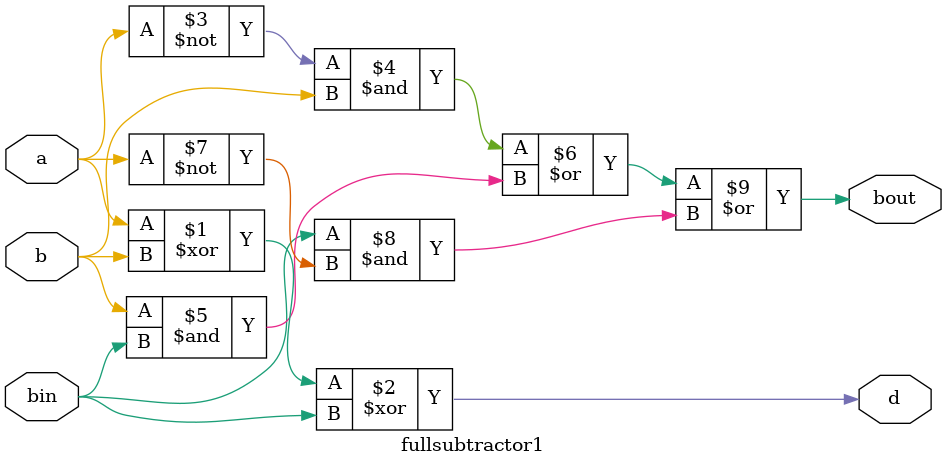
<source format=v>
`timescale 1ns / 1ps


module fullsubtractor1(a,b,bin,d,bout );
    input a;
    input b;
    input bin;
    output d; 
    output bout;
    
    assign d=a^b^bin;
    assign bout= ~a&b | b&bin | bin&~a;
       
endmodule

</source>
